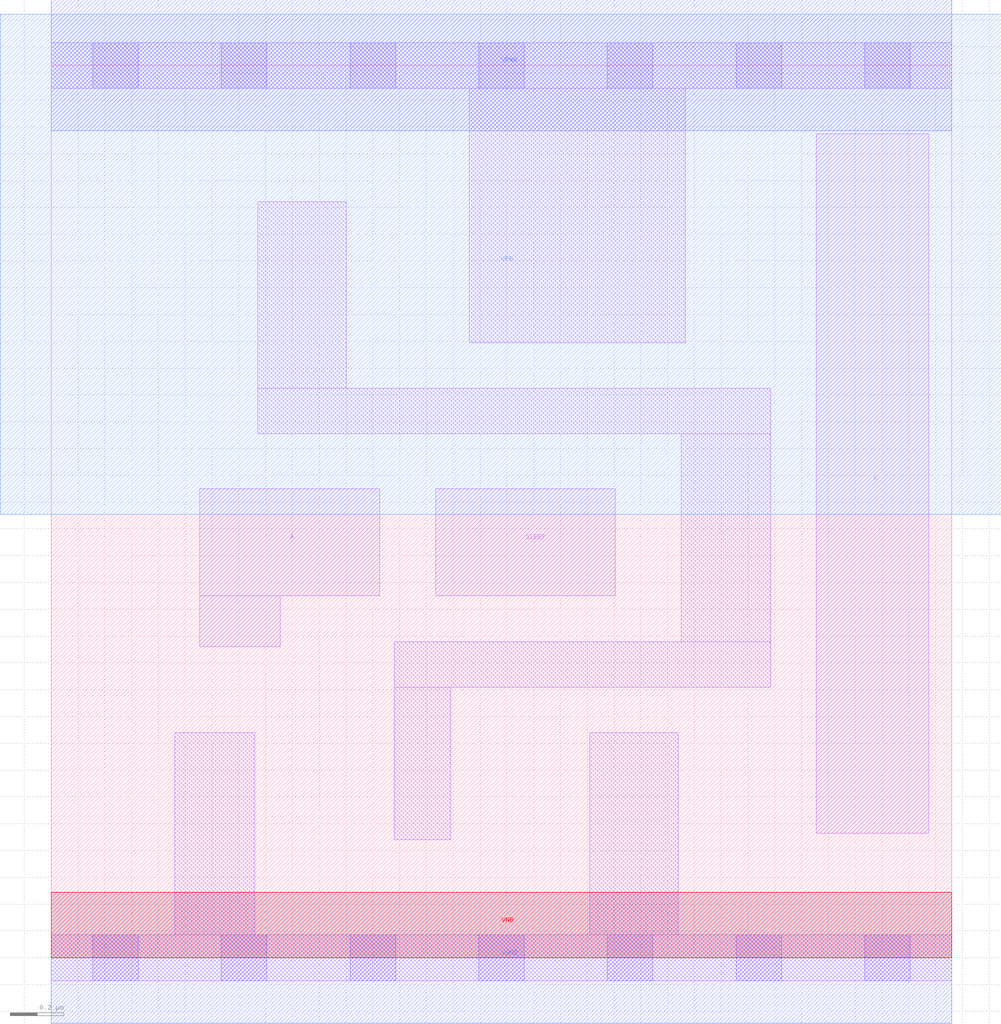
<source format=lef>
# Copyright 2020 The SkyWater PDK Authors
#
# Licensed under the Apache License, Version 2.0 (the "License");
# you may not use this file except in compliance with the License.
# You may obtain a copy of the License at
#
#     https://www.apache.org/licenses/LICENSE-2.0
#
# Unless required by applicable law or agreed to in writing, software
# distributed under the License is distributed on an "AS IS" BASIS,
# WITHOUT WARRANTIES OR CONDITIONS OF ANY KIND, either express or implied.
# See the License for the specific language governing permissions and
# limitations under the License.
#
# SPDX-License-Identifier: Apache-2.0

VERSION 5.7 ;
  NOWIREEXTENSIONATPIN ON ;
  DIVIDERCHAR "/" ;
  BUSBITCHARS "[]" ;
MACRO sky130_fd_sc_lp__inputiso1p_lp
  CLASS CORE ;
  FOREIGN sky130_fd_sc_lp__inputiso1p_lp ;
  ORIGIN  0.000000  0.000000 ;
  SIZE  3.360000 BY  3.330000 ;
  SYMMETRY X Y R90 ;
  SITE unit ;
  PIN A
    ANTENNAGATEAREA  0.189000 ;
    DIRECTION INPUT ;
    USE SIGNAL ;
    PORT
      LAYER li1 ;
        RECT 0.555000 1.160000 0.855000 1.350000 ;
        RECT 0.555000 1.350000 1.225000 1.750000 ;
    END
  END A
  PIN SLEEP
    ANTENNAGATEAREA  0.189000 ;
    DIRECTION INPUT ;
    USE SIGNAL ;
    PORT
      LAYER li1 ;
        RECT 1.435000 1.350000 2.105000 1.750000 ;
    END
  END SLEEP
  PIN X
    ANTENNADIFFAREA  0.445200 ;
    DIRECTION OUTPUT ;
    USE SIGNAL ;
    PORT
      LAYER li1 ;
        RECT 2.855000 0.465000 3.275000 3.075000 ;
    END
  END X
  PIN VGND
    DIRECTION INOUT ;
    USE GROUND ;
    PORT
      LAYER met1 ;
        RECT 0.000000 -0.245000 3.360000 0.245000 ;
    END
  END VGND
  PIN VNB
    DIRECTION INOUT ;
    USE GROUND ;
    PORT
      LAYER pwell ;
        RECT 0.000000 0.000000 3.360000 0.245000 ;
    END
  END VNB
  PIN VPB
    DIRECTION INOUT ;
    USE POWER ;
    PORT
      LAYER nwell ;
        RECT -0.190000 1.655000 3.545000 3.520000 ;
    END
  END VPB
  PIN VPWR
    DIRECTION INOUT ;
    USE POWER ;
    PORT
      LAYER met1 ;
        RECT 0.000000 3.085000 3.360000 3.575000 ;
    END
  END VPWR
  OBS
    LAYER li1 ;
      RECT 0.000000 -0.085000 3.360000 0.085000 ;
      RECT 0.000000  3.245000 3.360000 3.415000 ;
      RECT 0.460000  0.085000 0.760000 0.840000 ;
      RECT 0.770000  1.955000 2.685000 2.125000 ;
      RECT 0.770000  2.125000 1.100000 2.820000 ;
      RECT 1.280000  0.440000 1.490000 1.010000 ;
      RECT 1.280000  1.010000 2.685000 1.180000 ;
      RECT 1.560000  2.295000 2.365000 3.245000 ;
      RECT 2.010000  0.085000 2.340000 0.840000 ;
      RECT 2.350000  1.180000 2.685000 1.955000 ;
    LAYER mcon ;
      RECT 0.155000 -0.085000 0.325000 0.085000 ;
      RECT 0.155000  3.245000 0.325000 3.415000 ;
      RECT 0.635000 -0.085000 0.805000 0.085000 ;
      RECT 0.635000  3.245000 0.805000 3.415000 ;
      RECT 1.115000 -0.085000 1.285000 0.085000 ;
      RECT 1.115000  3.245000 1.285000 3.415000 ;
      RECT 1.595000 -0.085000 1.765000 0.085000 ;
      RECT 1.595000  3.245000 1.765000 3.415000 ;
      RECT 2.075000 -0.085000 2.245000 0.085000 ;
      RECT 2.075000  3.245000 2.245000 3.415000 ;
      RECT 2.555000 -0.085000 2.725000 0.085000 ;
      RECT 2.555000  3.245000 2.725000 3.415000 ;
      RECT 3.035000 -0.085000 3.205000 0.085000 ;
      RECT 3.035000  3.245000 3.205000 3.415000 ;
  END
END sky130_fd_sc_lp__inputiso1p_lp
END LIBRARY

</source>
